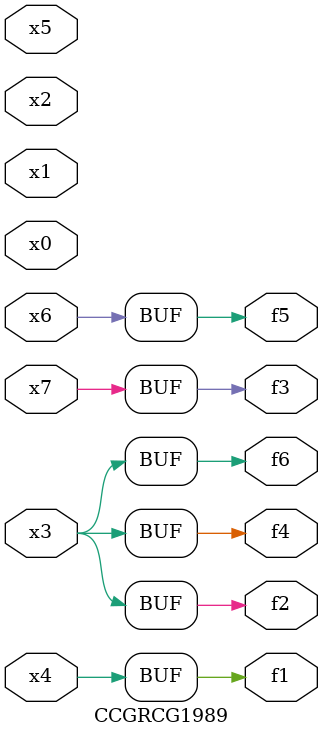
<source format=v>
module CCGRCG1989(
	input x0, x1, x2, x3, x4, x5, x6, x7,
	output f1, f2, f3, f4, f5, f6
);
	assign f1 = x4;
	assign f2 = x3;
	assign f3 = x7;
	assign f4 = x3;
	assign f5 = x6;
	assign f6 = x3;
endmodule

</source>
